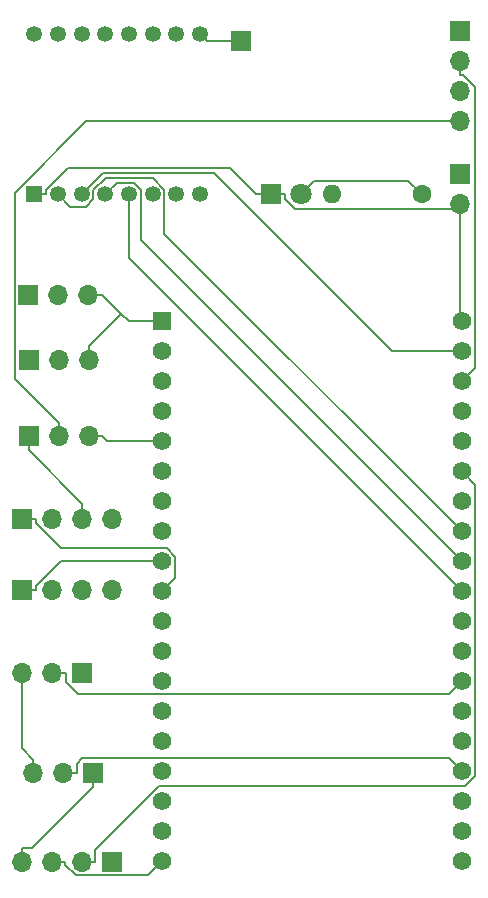
<source format=gbr>
%TF.GenerationSoftware,KiCad,Pcbnew,8.0.2*%
%TF.CreationDate,2024-05-16T13:39:08+01:00*%
%TF.ProjectId,test,74657374-2e6b-4696-9361-645f70636258,rev?*%
%TF.SameCoordinates,Original*%
%TF.FileFunction,Copper,L2,Bot*%
%TF.FilePolarity,Positive*%
%FSLAX46Y46*%
G04 Gerber Fmt 4.6, Leading zero omitted, Abs format (unit mm)*
G04 Created by KiCad (PCBNEW 8.0.2) date 2024-05-16 13:39:08*
%MOMM*%
%LPD*%
G01*
G04 APERTURE LIST*
%TA.AperFunction,ComponentPad*%
%ADD10R,1.700000X1.700000*%
%TD*%
%TA.AperFunction,ComponentPad*%
%ADD11O,1.700000X1.700000*%
%TD*%
%TA.AperFunction,ComponentPad*%
%ADD12R,1.350000X1.350000*%
%TD*%
%TA.AperFunction,ComponentPad*%
%ADD13C,1.350000*%
%TD*%
%TA.AperFunction,ComponentPad*%
%ADD14R,1.800000X1.800000*%
%TD*%
%TA.AperFunction,ComponentPad*%
%ADD15C,1.800000*%
%TD*%
%TA.AperFunction,ComponentPad*%
%ADD16R,1.560000X1.560000*%
%TD*%
%TA.AperFunction,ComponentPad*%
%ADD17C,1.560000*%
%TD*%
%TA.AperFunction,ComponentPad*%
%ADD18C,1.600000*%
%TD*%
%TA.AperFunction,ComponentPad*%
%ADD19O,1.600000X1.600000*%
%TD*%
%TA.AperFunction,Conductor*%
%ADD20C,0.200000*%
%TD*%
G04 APERTURE END LIST*
D10*
%TO.P,J4,1,Pin_1*%
%TO.N,GND*%
X61500000Y-85500000D03*
D11*
%TO.P,J4,2,Pin_2*%
%TO.N,/IO15*%
X58960000Y-85500000D03*
%TO.P,J4,3,Pin_3*%
%TO.N,+5V*%
X56420000Y-85500000D03*
%TD*%
D10*
%TO.P,J10,1,Pin_1*%
%TO.N,/IO26*%
X55460000Y-64000000D03*
D11*
%TO.P,J10,2,Pin_2*%
%TO.N,+5V*%
X58000000Y-64000000D03*
%TO.P,J10,3,Pin_3*%
%TO.N,GND*%
X60540000Y-64000000D03*
%TO.P,J10,4,Pin_4*%
%TO.N,unconnected-(J10-Pin_4-Pad4)*%
X63080000Y-64000000D03*
%TD*%
D10*
%TO.P,SW1,1,A*%
%TO.N,Net-(SW1-A)*%
X92525000Y-34750000D03*
D11*
%TO.P,SW1,2,B*%
%TO.N,GND*%
X92525000Y-37290000D03*
%TD*%
D10*
%TO.P,J3,1,Pin_1*%
%TO.N,GND*%
X56000000Y-56975000D03*
D11*
%TO.P,J3,2,Pin_2*%
%TO.N,+5V*%
X58540000Y-56975000D03*
%TO.P,J3,3,Pin_3*%
%TO.N,/IO34*%
X61080000Y-56975000D03*
%TD*%
D12*
%TO.P,U2,1,GND*%
%TO.N,GND*%
X56500000Y-36500000D03*
D13*
%TO.P,U2,2,MISO*%
%TO.N,Net-(U1-IO19)*%
X58500000Y-36500000D03*
%TO.P,U2,3,MOSI*%
%TO.N,Net-(U1-IO23)*%
X60500000Y-36500000D03*
%TO.P,U2,4,SCK*%
%TO.N,Net-(U1-IO18)*%
X62500000Y-36500000D03*
%TO.P,U2,5,NSS*%
%TO.N,Net-(U1-IO5)*%
X64500000Y-36500000D03*
%TO.P,U2,6,RESET*%
%TO.N,Net-(U1-IO14)*%
X66500000Y-36500000D03*
%TO.P,U2,7,DIO5*%
%TO.N,unconnected-(U2-DIO5-Pad7)*%
X68500000Y-36500000D03*
%TO.P,U2,8,GND*%
%TO.N,unconnected-(U2-GND-Pad8)*%
X70500000Y-36500000D03*
%TO.P,U2,9,ANT*%
%TO.N,Net-(J6-Pin_1)*%
X70500000Y-22900000D03*
%TO.P,U2,10,GND*%
%TO.N,unconnected-(U2-GND-Pad10)*%
X68500000Y-22900000D03*
%TO.P,U2,11,DIO3*%
%TO.N,unconnected-(U2-DIO3-Pad11)*%
X66500000Y-22900000D03*
%TO.P,U2,12,DIO4*%
%TO.N,unconnected-(U2-DIO4-Pad12)*%
X64500000Y-22900000D03*
%TO.P,U2,13,3.3V*%
%TO.N,+3.3V*%
X62500000Y-22900000D03*
%TO.P,U2,14,DIO0*%
%TO.N,Net-(U1-IO2)*%
X60500000Y-22900000D03*
%TO.P,U2,15,DIO1*%
%TO.N,unconnected-(U2-DIO1-Pad15)*%
X58500000Y-22900000D03*
%TO.P,U2,16,DIO2*%
%TO.N,unconnected-(U2-DIO2-Pad16)*%
X56500000Y-22900000D03*
%TD*%
D10*
%TO.P,J5,1,Pin_1*%
%TO.N,/SCL*%
X63040000Y-93000000D03*
D11*
%TO.P,J5,2,Pin_2*%
%TO.N,/SDA*%
X60500000Y-93000000D03*
%TO.P,J5,3,Pin_3*%
%TO.N,+5V*%
X57960000Y-93000000D03*
%TO.P,J5,4,Pin_4*%
%TO.N,GND*%
X55420000Y-93000000D03*
%TD*%
D10*
%TO.P,J1,1,Pin_1*%
%TO.N,GND*%
X60525000Y-77025000D03*
D11*
%TO.P,J1,2,Pin_2*%
%TO.N,/IO4*%
X57985000Y-77025000D03*
%TO.P,J1,3,Pin_3*%
%TO.N,+5V*%
X55445000Y-77025000D03*
%TD*%
D10*
%TO.P,J8,1,Pin_1*%
%TO.N,GND*%
X55975000Y-44975000D03*
D11*
%TO.P,J8,2,Pin_2*%
%TO.N,/IO27*%
X58515000Y-44975000D03*
%TO.P,J8,3,Pin_3*%
%TO.N,+3.3V*%
X61055000Y-44975000D03*
%TD*%
D14*
%TO.P,D1,1,K*%
%TO.N,GND*%
X76500000Y-36500000D03*
D15*
%TO.P,D1,2,A*%
%TO.N,Net-(D1-A)*%
X79040000Y-36500000D03*
%TD*%
D10*
%TO.P,J6,1,Pin_1*%
%TO.N,Net-(J6-Pin_1)*%
X74000000Y-23500000D03*
%TD*%
%TO.P,J9,1,Pin_1*%
%TO.N,/IO25*%
X55460000Y-69975000D03*
D11*
%TO.P,J9,2,Pin_2*%
%TO.N,+5V*%
X58000000Y-69975000D03*
%TO.P,J9,3,Pin_3*%
%TO.N,GND*%
X60540000Y-69975000D03*
%TO.P,J9,4,Pin_4*%
%TO.N,unconnected-(J9-Pin_4-Pad4)*%
X63080000Y-69975000D03*
%TD*%
D16*
%TO.P,U1,J2-1,3V3*%
%TO.N,+3.3V*%
X67300000Y-47240000D03*
D17*
%TO.P,U1,J2-2,EN*%
%TO.N,unconnected-(U1-EN-PadJ2-2)*%
X67300000Y-49780000D03*
%TO.P,U1,J2-3,SENSOR_VP*%
%TO.N,unconnected-(U1-SENSOR_VP-PadJ2-3)*%
X67300000Y-52320000D03*
%TO.P,U1,J2-4,SENSOR_VN*%
%TO.N,unconnected-(U1-SENSOR_VN-PadJ2-4)*%
X67300000Y-54860000D03*
%TO.P,U1,J2-5,IO34*%
%TO.N,/IO34*%
X67300000Y-57400000D03*
%TO.P,U1,J2-6,IO35*%
%TO.N,Net-(U1-IO35)*%
X67300000Y-59940000D03*
%TO.P,U1,J2-7,IO32*%
%TO.N,unconnected-(U1-IO32-PadJ2-7)*%
X67300000Y-62480000D03*
%TO.P,U1,J2-8,IO33*%
%TO.N,unconnected-(U1-IO33-PadJ2-8)*%
X67300000Y-65020000D03*
%TO.P,U1,J2-9,IO25*%
%TO.N,/IO25*%
X67300000Y-67560000D03*
%TO.P,U1,J2-10,IO26*%
%TO.N,/IO26*%
X67300000Y-70100000D03*
%TO.P,U1,J2-11,IO27*%
%TO.N,/IO27*%
X67300000Y-72640000D03*
%TO.P,U1,J2-12,IO14*%
%TO.N,Net-(U1-IO14)*%
X67300000Y-75180000D03*
%TO.P,U1,J2-13,IO12*%
%TO.N,/IO12*%
X67300000Y-77720000D03*
%TO.P,U1,J2-14,GND1*%
%TO.N,GND*%
X67300000Y-80260000D03*
%TO.P,U1,J2-15,IO13*%
%TO.N,unconnected-(U1-IO13-PadJ2-15)*%
X67300000Y-82800000D03*
%TO.P,U1,J2-16,SD2*%
%TO.N,unconnected-(U1-SD2-PadJ2-16)*%
X67300000Y-85340000D03*
%TO.P,U1,J2-17,SD3*%
%TO.N,unconnected-(U1-SD3-PadJ2-17)*%
X67300000Y-87880000D03*
%TO.P,U1,J2-18,CMD*%
%TO.N,unconnected-(U1-CMD-PadJ2-18)*%
X67300000Y-90420000D03*
%TO.P,U1,J2-19,EXT_5V*%
%TO.N,+5V*%
X67300000Y-92960000D03*
%TO.P,U1,J3-1,GND3*%
%TO.N,GND*%
X92700000Y-47240000D03*
%TO.P,U1,J3-2,IO23*%
%TO.N,Net-(U1-IO23)*%
X92700000Y-49780000D03*
%TO.P,U1,J3-3,IO22*%
%TO.N,/SCL*%
X92700000Y-52320000D03*
%TO.P,U1,J3-4,TXD0*%
%TO.N,unconnected-(U1-TXD0-PadJ3-4)*%
X92700000Y-54860000D03*
%TO.P,U1,J3-5,RXD0*%
%TO.N,unconnected-(U1-RXD0-PadJ3-5)*%
X92700000Y-57400000D03*
%TO.P,U1,J3-6,IO21*%
%TO.N,/SDA*%
X92700000Y-59940000D03*
%TO.P,U1,J3-7,GND2*%
%TO.N,GND*%
X92700000Y-62480000D03*
%TO.P,U1,J3-8,IO19*%
%TO.N,Net-(U1-IO19)*%
X92700000Y-65020000D03*
%TO.P,U1,J3-9,IO18*%
%TO.N,Net-(U1-IO18)*%
X92700000Y-67560000D03*
%TO.P,U1,J3-10,IO5*%
%TO.N,Net-(U1-IO5)*%
X92700000Y-70100000D03*
%TO.P,U1,J3-11,IO17*%
%TO.N,Net-(SW1-A)*%
X92700000Y-72640000D03*
%TO.P,U1,J3-12,IO16*%
%TO.N,Net-(U1-IO16)*%
X92700000Y-75180000D03*
%TO.P,U1,J3-13,IO4*%
%TO.N,/IO4*%
X92700000Y-77720000D03*
%TO.P,U1,J3-14,IO0*%
%TO.N,unconnected-(U1-IO0-PadJ3-14)*%
X92700000Y-80260000D03*
%TO.P,U1,J3-15,IO2*%
%TO.N,Net-(U1-IO2)*%
X92700000Y-82800000D03*
%TO.P,U1,J3-16,IO15*%
%TO.N,/IO15*%
X92700000Y-85340000D03*
%TO.P,U1,J3-17,SD1*%
%TO.N,unconnected-(U1-SD1-PadJ3-17)*%
X92700000Y-87880000D03*
%TO.P,U1,J3-18,SD0*%
%TO.N,unconnected-(U1-SD0-PadJ3-18)*%
X92700000Y-90420000D03*
%TO.P,U1,J3-19,CLK*%
%TO.N,unconnected-(U1-CLK-PadJ3-19)*%
X92700000Y-92960000D03*
%TD*%
D10*
%TO.P,J7,1,Pin_1*%
%TO.N,GND*%
X56000000Y-50500000D03*
D11*
%TO.P,J7,2,Pin_2*%
%TO.N,/IO12*%
X58540000Y-50500000D03*
%TO.P,J7,3,Pin_3*%
%TO.N,+3.3V*%
X61080000Y-50500000D03*
%TD*%
D18*
%TO.P,R1,1*%
%TO.N,Net-(D1-A)*%
X89310000Y-36500000D03*
D19*
%TO.P,R1,2*%
%TO.N,Net-(U1-IO35)*%
X81690000Y-36500000D03*
%TD*%
D10*
%TO.P,J2,1,Pin_1*%
%TO.N,/SDA*%
X92500000Y-22700000D03*
D11*
%TO.P,J2,2,Pin_2*%
%TO.N,/SCL*%
X92500000Y-25240000D03*
%TO.P,J2,3,Pin_3*%
%TO.N,GND*%
X92500000Y-27780000D03*
%TO.P,J2,4,Pin_4*%
%TO.N,+5V*%
X92500000Y-30320000D03*
%TD*%
D20*
%TO.N,/IO4*%
X57985000Y-77025000D02*
X59136700Y-77025000D01*
X91588800Y-78831200D02*
X92700000Y-77720000D01*
X59136700Y-77816800D02*
X60151100Y-78831200D01*
X59136700Y-77025000D02*
X59136700Y-77816800D01*
X60151100Y-78831200D02*
X91588800Y-78831200D01*
%TO.N,+5V*%
X67300000Y-92960000D02*
X66104600Y-94155400D01*
X60860800Y-30320000D02*
X92500000Y-30320000D01*
X54823300Y-52106600D02*
X54823300Y-36357500D01*
X56420000Y-85500000D02*
X56420000Y-84348300D01*
X66104600Y-94155400D02*
X59998600Y-94155400D01*
X56420000Y-84348300D02*
X55445000Y-83373300D01*
X57960000Y-93000000D02*
X59111700Y-93000000D01*
X59998600Y-94155400D02*
X59111700Y-93268500D01*
X54823300Y-36357500D02*
X60860800Y-30320000D01*
X58540000Y-55823300D02*
X54823300Y-52106600D01*
X59111700Y-93268500D02*
X59111700Y-93000000D01*
X55445000Y-83373300D02*
X55445000Y-77025000D01*
X58540000Y-56975000D02*
X58540000Y-55823300D01*
%TO.N,GND*%
X56000000Y-58126700D02*
X60540000Y-62666700D01*
X92700000Y-47240000D02*
X92525000Y-47065000D01*
X76500000Y-36500000D02*
X75298300Y-36500000D01*
X92525000Y-37753400D02*
X92525000Y-37290000D01*
X92525000Y-37753400D02*
X78579600Y-37753400D01*
X78579600Y-37753400D02*
X77701700Y-36875500D01*
X61500000Y-85500000D02*
X61500000Y-86651700D01*
X57476700Y-36133700D02*
X59328000Y-34282400D01*
X55420000Y-91848300D02*
X56303400Y-91848300D01*
X56000000Y-56975000D02*
X56000000Y-58126700D01*
X59328000Y-34282400D02*
X73080700Y-34282400D01*
X57476700Y-36500000D02*
X57476700Y-36133700D01*
X92525000Y-47065000D02*
X92525000Y-37753400D01*
X76500000Y-36500000D02*
X77701700Y-36500000D01*
X56303400Y-91848300D02*
X61500000Y-86651700D01*
X55420000Y-93000000D02*
X55420000Y-91848300D01*
X60540000Y-62666700D02*
X60540000Y-64000000D01*
X56500000Y-36500000D02*
X57476700Y-36500000D01*
X77701700Y-36875500D02*
X77701700Y-36500000D01*
X73080700Y-34282400D02*
X75298300Y-36500000D01*
%TO.N,/SDA*%
X93827800Y-61067800D02*
X92700000Y-59940000D01*
X60500000Y-93000000D02*
X61651700Y-93000000D01*
X61651700Y-93000000D02*
X61651700Y-91992300D01*
X61651700Y-91992300D02*
X67034000Y-86610000D01*
X67034000Y-86610000D02*
X92969100Y-86610000D01*
X93827800Y-85751300D02*
X93827800Y-61067800D01*
X92969100Y-86610000D02*
X93827800Y-85751300D01*
%TO.N,/SCL*%
X93815400Y-27438600D02*
X92768500Y-26391700D01*
X92500000Y-25240000D02*
X92500000Y-26391700D01*
X93815400Y-51204600D02*
X93815400Y-27438600D01*
X92700000Y-52320000D02*
X93815400Y-51204600D01*
X92768500Y-26391700D02*
X92500000Y-26391700D01*
%TO.N,/IO34*%
X67300000Y-57400000D02*
X62656700Y-57400000D01*
X61080000Y-56975000D02*
X62231700Y-56975000D01*
X62656700Y-57400000D02*
X62231700Y-56975000D01*
%TO.N,/IO25*%
X58738800Y-67560000D02*
X56611700Y-69687100D01*
X67300000Y-67560000D02*
X58738800Y-67560000D01*
X56611700Y-69687100D02*
X56611700Y-69975000D01*
X55460000Y-69975000D02*
X56611700Y-69975000D01*
%TO.N,Net-(D1-A)*%
X80197100Y-35342900D02*
X79040000Y-36500000D01*
X89310000Y-36500000D02*
X88152900Y-35342900D01*
X88152900Y-35342900D02*
X80197100Y-35342900D01*
%TO.N,/IO15*%
X91588700Y-84228700D02*
X60568500Y-84228700D01*
X60568500Y-84228700D02*
X60111700Y-84685500D01*
X60111700Y-84685500D02*
X60111700Y-85500000D01*
X92700000Y-85340000D02*
X91588700Y-84228700D01*
X58960000Y-85500000D02*
X60111700Y-85500000D01*
%TO.N,Net-(J6-Pin_1)*%
X71100000Y-23500000D02*
X70500000Y-22900000D01*
X74000000Y-23500000D02*
X71100000Y-23500000D01*
%TO.N,Net-(U1-IO5)*%
X92700000Y-70100000D02*
X64500000Y-41900000D01*
X64500000Y-41900000D02*
X64500000Y-36500000D01*
%TO.N,+3.3V*%
X61080000Y-50500000D02*
X61080000Y-49348300D01*
X63830000Y-46598300D02*
X62206700Y-44975000D01*
X64471700Y-47240000D02*
X63830000Y-46598300D01*
X67300000Y-47240000D02*
X64471700Y-47240000D01*
X63830000Y-46598300D02*
X61080000Y-49348300D01*
X61055000Y-44975000D02*
X62206700Y-44975000D01*
%TO.N,Net-(U1-IO18)*%
X65500000Y-36082300D02*
X64939600Y-35521900D01*
X92700000Y-67560000D02*
X65500000Y-40360000D01*
X65500000Y-40360000D02*
X65500000Y-36082300D01*
X63478100Y-35521900D02*
X62500000Y-36500000D01*
X64939600Y-35521900D02*
X63478100Y-35521900D01*
%TO.N,Net-(U1-IO23)*%
X86786000Y-49780000D02*
X92700000Y-49780000D01*
X60500000Y-36500000D02*
X62314400Y-34685600D01*
X71691600Y-34685600D02*
X86786000Y-49780000D01*
X62314400Y-34685600D02*
X71691600Y-34685600D01*
%TO.N,Net-(U1-IO19)*%
X60881500Y-37536600D02*
X61500000Y-36918100D01*
X61500000Y-36118800D02*
X62531500Y-35087300D01*
X59536600Y-37536600D02*
X60881500Y-37536600D01*
X61500000Y-36918100D02*
X61500000Y-36118800D01*
X67500000Y-39820000D02*
X92700000Y-65020000D01*
X58500000Y-36500000D02*
X59536600Y-37536600D01*
X67500000Y-36083000D02*
X67500000Y-39820000D01*
X66504300Y-35087300D02*
X67500000Y-36083000D01*
X62531500Y-35087300D02*
X66504300Y-35087300D01*
%TO.N,/IO26*%
X67716600Y-66438400D02*
X58762200Y-66438400D01*
X68431100Y-68968900D02*
X68431100Y-67152900D01*
X56611700Y-64287900D02*
X56611700Y-64000000D01*
X55460000Y-64000000D02*
X56611700Y-64000000D01*
X68431100Y-67152900D02*
X67716600Y-66438400D01*
X67300000Y-70100000D02*
X68431100Y-68968900D01*
X58762200Y-66438400D02*
X56611700Y-64287900D01*
%TD*%
M02*

</source>
